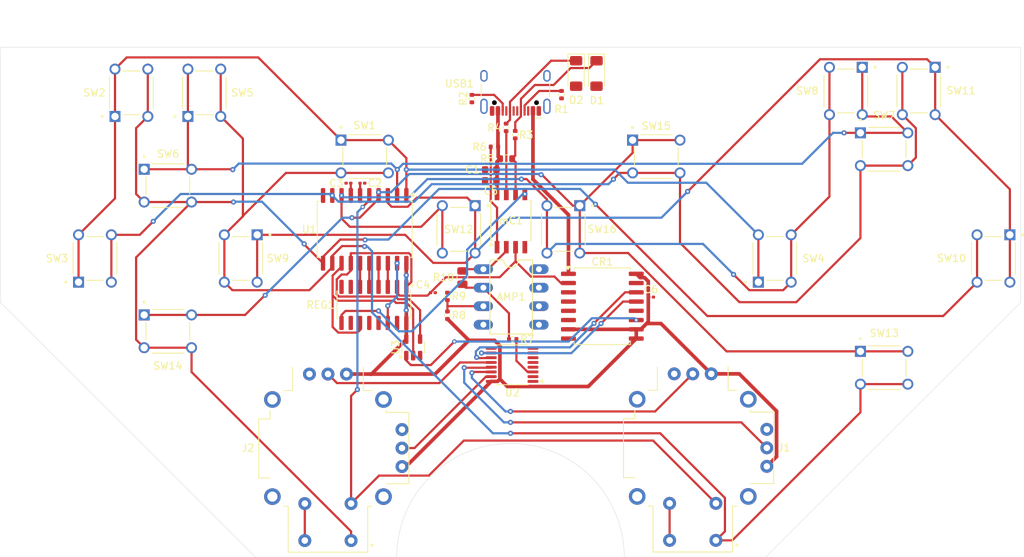
<source format=kicad_pcb>
(kicad_pcb (version 20240108) (generator "pcbnew") (generator_version "8.0")
  (title_block (title "Open Game Pad PS-Like Layout PCB"))
  (layers (0 "F.Cu" signal) (31 "B.Cu" power) (34 "B.Paste" user) (35 "F.Paste" user) (36 "B.SilkS" user "B.Silkscreen") (37 "F.SilkS" user "F.Silkscreen") (38 "B.Mask" user) (39 "F.Mask" user) (44 "Edge.Cuts" user))
  (net 0 "")
  (net 1 "GND")
  (net 2 "+5V")
  (net 3 "/CLK")
  (net 4 "Net-(D1-K)")
  (net 5 "Net-(D2-K)")
  (net 6 "Net-(J1-V)")
  (net 7 "/Y5")
  (net 8 "/X1")
  (net 9 "Net-(J1-H)")
  (net 10 "Net-(J2-V)")
  (net 11 "Net-(J2-H)")
  (net 12 "/X2")
  (net 13 "Net-(mC1-~{RESET}{slash}PB5)")
  (net 14 "/DIN")
  (net 15 "Net-(mC1-PB2)")
  (net 16 "/AIN")
  (net 17 "Net-(mC1-PB1)")
  (net 18 "Net-(REG1-~{PL})")
  (net 19 "/Y1")
  (net 20 "/X3")
  (net 21 "/X4")
  (net 22 "/Y2")
  (net 23 "/Y3")
  (net 24 "/Y4")
  (net 25 "Net-(USB1-CC1)")
  (net 26 "Net-(USB1-CC2)")
  (net 27 "Net-(U1-OSC)")
  (net 28 "Net-(U1-KBM)")
  (net 30 "Net-(CR1-Q0)")
  (net 31 "Net-(CR1-Q1)")
  (net 33 "Net-(U2-A)")
  (net 35 "Net-(REG1-D3)")
  (net 36 "Net-(REG1-D5)")
  (net 37 "Net-(REG1-D6)")
  (net 38 "Net-(REG1-D4)")
  (net 39 "Net-(REG1-D7)")
  (net 42 "Net-(AMP1-Pad3)")
  (net 43 "Net-(AMP1-Pad2)")
  (net 44 "/8TICK")
  (net 45 "Net-(REG1-D0)")
  (footprint "Capacitor_SMD:C_0603_1608Metric" (layer "F.Cu") (at 142.3 73.3 180)
    (property "Reference" "C5")
    (property "Value" "10 µF")
  )
  (footprint "Package_SO:SOIC-16_3.9x9.9mm_P1.27mm" (layer "F.Cu") (at 126.265 90.375 -90)
    (property "Reference" "REG1")
    (property "Value" "74HC165")
  )
  (footprint "Capacitor_SMD:C_0201_0603Metric" (layer "F.Cu") (at 122.77 73.66 180)
    (property "Reference" "C3")
    (property "Value" "0.1 mkF")
  )
  (footprint "Diode_SMD:D_MiniMELF" (layer "F.Cu") (at 156.8 58.6 -90)
    (property "Reference" "D1")
    (property "Value" "3v6")
  )
  (footprint "Capacitor_SMD:C_0201_0603Metric" (layer "F.Cu") (at 124.68 73.66)
    (property "Reference" "C2")
    (property "Value" "0.01 mkF")
  )
  (footprint "Diode_SMD:D_MiniMELF" (layer "F.Cu") (at 154 58.6 -90)
    (property "Reference" "D2")
    (property "Value" "3v6")
  )
  (footprint "Resistor_SMD:R_0402_1005Metric" (layer "F.Cu") (at 136.35 89.2 90)
    (property "Reference" "R9")
    (property "Value" "R 4.7K")
  )
  (footprint "Resistor_SMD:R_0805_2012Metric" (layer "F.Cu") (at 138.4 86.625 -90)
    (property "Reference" "R10")
    (property "Value" "R 10K")
  )
  (footprint "TS02-66-95-BK-260-LCR-D:SW_TS02-66-95-BK-260-LCR-D" (layer "F.Cu") (at 196.25 99)
    (property "Reference" "SW13")
    (property "Value" "~")
  )
  (footprint "TS02-66-95-BK-260-LCR-D:SW_TS02-66-95-BK-260-LCR-D" (layer "F.Cu") (at 125 70)
    (property "Reference" "SW1")
    (property "Value" "~")
  )
  (footprint "Capacitor_SMD:C_0201_0603Metric" (layer "F.Cu") (at 164.28 89.3)
    (property "Reference" "C6")
    (property "Value" "100nF")
  )
  (footprint "TS02-66-95-BK-260-LCR-D:SW_TS02-66-95-BK-260-LCR-D" (layer "F.Cu") (at 211.25 84 -90)
    (property "Reference" "SW10")
    (property "Value" "~")
  )
  (footprint "TS02-66-95-BK-260-LCR-D:SW_TS02-66-95-BK-260-LCR-D" (layer "F.Cu") (at 196.25 69)
    (property "Reference" "SW7")
    (property "Value" "~")
  )
  (footprint "TS02-66-95-BK-260-LCR-D:SW_TS02-66-95-BK-260-LCR-D" (layer "F.Cu") (at 103 61.25 90)
    (property "Reference" "SW5")
    (property "Value" "~")
  )
  (footprint "Package_SO:SOIC-8W_5.3x5.3mm_P1.27mm" (layer "F.Cu") (at 145.06 78.8 90)
    (property "Reference" "mC1")
    (property "Value" "ATtiny85V-20u")
  )
  (footprint "COM-09032:XDCR_COM-09032" (layer "F.Cu") (at 119.96 110.0275 180)
    (property "Reference" "J2")
    (property "Value" "COM-09032")
  )
  (footprint "TS02-66-95-BK-260-LCR-D:SW_TS02-66-95-BK-260-LCR-D" (layer "F.Cu") (at 152.25 80 -90)
    (property "Reference" "SW16")
    (property "Value" "~")
  )
  (footprint "Resistor_SMD:R_0402_1005Metric" (layer "F.Cu") (at 152 61.51 90)
    (property "Reference" "R1")
    (property "Value" "R 5.1K")
  )
  (footprint "Capacitor_SMD:C_0603_1608Metric" (layer "F.Cu") (at 142.3 71.8 180)
    (property "Reference" "C1")
    (property "Value" "100nF")
  )
  (footprint "Resistor_SMD:R_0402_1005Metric" (layer "F.Cu") (at 136.35 91.79 90)
    (property "Reference" "R8")
    (property "Value" "R 4.7K")
  )
  (footprint "TS02-66-95-BK-260-LCR-D:SW_TS02-66-95-BK-260-LCR-D" (layer "F.Cu") (at 201 61 -90)
    (property "Reference" "SW11")
    (property "Value" "~")
  )
  (footprint "Package_SO:TSSOP-16_4.4x5mm_P0.65mm" (layer "F.Cu") (at 145.2225 98.6 180)
    (property "Reference" "U2")
    (property "Value" "74HC4051")
  )
  (footprint "Capacitor_SMD:C_0201_0603Metric" (layer "F.Cu") (at 134.355 88.7)
    (property "Reference" "C4")
    (property "Value" "10 pF")
  )
  (footprint "TS02-66-95-BK-260-LCR-D:SW_TS02-66-95-BK-260-LCR-D" (layer "F.Cu") (at 108 84 -90)
    (property "Reference" "SW9")
    (property "Value" "~")
  )
  (footprint "TS02-66-95-BK-260-LCR-D:SW_TS02-66-95-BK-260-LCR-D" (layer "F.Cu") (at 98 74)
    (property "Reference" "SW6")
    (property "Value" "~")
  )
  (footprint "Package_SO:SOIC-20W_7.5x12.8mm_P1.27mm" (layer "F.Cu") (at 125 80 -90)
    (property "Reference" "U1")
    (property "Value" "MM74C923")
  )
  (footprint "TS02-66-95-BK-260-LCR-D:SW_TS02-66-95-BK-260-LCR-D" (layer "F.Cu") (at 98 94)
    (property "Reference" "SW14")
    (property "Value" "~")
  )
  (footprint "Resistor_SMD:R_0402_1005Metric" (layer "F.Cu") (at 145.3 95.1)
    (property "Reference" "R7")
    (property "Value" "R 10K")
  )
  (footprint "Resistor_SMD:R_0402_1005Metric" (layer "F.Cu") (at 142.8 68.675)
    (property "Reference" "R6")
    (property "Value" "R 10K")
  )
  (footprint "Package_SO:SOIC-16W_7.5x10.3mm_P1.27mm" (layer "F.Cu") (at 157.6 90.55)
    (property "Reference" "CR1")
    (property "Value" "74HC163")
  )
  (footprint "TS02-66-95-BK-260-LCR-D:SW_TS02-66-95-BK-260-LCR-D" (layer "F.Cu") (at 165 70)
    (property "Reference" "SW15")
    (property "Value" "~")
  )
  (footprint "Resistor_SMD:R_0402_1005Metric" (layer "F.Cu") (at 139.7 62.05 90)
    (property "Reference" "R2")
    (property "Value" "R 5.1K")
  )
  (footprint "Package_TO_SOT_SMD:SOT-23-5" (layer "F.Cu") (at 131.65 96.2 90)
    (property "Reference" "U3")
    (property "Value" "74AHC1G00")
  )
  (footprint "Resistor_SMD:R_0603_1608Metric" (layer "F.Cu") (at 144.4 70.3 180)
    (property "Reference" "R5")
    (property "Value" "R 1.5K")
  )
  (footprint "COM-09032:XDCR_COM-09032" (layer "F.Cu") (at 170 110 180)
    (property "Reference" "J1")
    (property "Value" "COM-09032")
  )
  (footprint "Resistor_SMD:R_0402_1005Metric" (layer "F.Cu") (at 145.65 67 90)
    (property "Reference" "R3")
    (property "Value" "R 75")
  )
  (footprint "LM358:DIL8" (layer "F.Cu") (at 145.09 89.28 -90)
    (property "Reference" "AMP1")
    (property "Value" "LM358")
  )
  (footprint "TS02-66-95-BK-260-LCR-D:SW_TS02-66-95-BK-260-LCR-D" (layer "F.Cu") (at 191 61 -90)
    (property "Reference" "SW8")
    (property "Value" "~")
  )
  (footprint "TS02-66-95-BK-260-LCR-D:SW_TS02-66-95-BK-260-LCR-D" (layer "F.Cu") (at 88 84 90)
    (property "Reference" "SW3")
    (property "Value" "~")
  )
  (footprint "Connector_USB:USB_C_Receptacle_HCTL_HC-TYPE-C-16P-01A" (layer "F.Cu") (at 145.68 60 180)
    (property "Reference" "USB1")
    (property "Value" "USB_C_Receptacle_USB2.0_14P")
  )
  (footprint "TS02-66-95-BK-260-LCR-D:SW_TS02-66-95-BK-260-LCR-D" (layer "F.Cu") (at 93 61.25 90)
    (property "Reference" "SW2")
    (property "Value" "~")
  )
  (footprint "TS02-66-95-BK-260-LCR-D:SW_TS02-66-95-BK-260-LCR-D" (layer "F.Cu") (at 137.9 80 -90)
    (property "Reference" "SW12")
    (property "Value" "~")
  )
  (footprint "TS02-66-95-BK-260-LCR-D:SW_TS02-66-95-BK-260-LCR-D" (layer "F.Cu") (at 181.25 84 90)
    (property "Reference" "SW4")
    (property "Value" "~")
  )
  (footprint "Resistor_SMD:R_0402_1005Metric" (layer "F.Cu") (at 144.4 66 90)
    (property "Reference" "R4")
    (property "Value" "R 75")
  )
  (gr_line (start 110 125) (end 129.398718 125) (stroke (width 0.05)) (layer "Edge.Cuts"))
  (gr_line (start 215 90) (end 215 55) (stroke (width 0.05)) (layer "Edge.Cuts"))
  (gr_line (start 75 90) (end 75 55) (stroke (width 0.05)) (layer "Edge.Cuts"))
  (gr_line (start 75 90) (end 110 125) (stroke (width 0.05)) (layer "Edge.Cuts"))
  (gr_line (start 180 125) (end 215 90) (stroke (width 0.05)) (layer "Edge.Cuts"))
  (gr_arc (start 129.398718 125) (mid 145 109.398718) (end 160.601282 125) (stroke (width 0.05)) (layer "Edge.Cuts"))
  (gr_line (start 215 55) (end 75 55) (stroke (width 0.05)) (layer "Edge.Cuts"))
  (gr_line (start 160.601282 125) (end 180 125) (stroke (width 0.05)) (layer "Edge.Cuts"))
  (segment (start 166.825 122.7) (end 166.825 117.62) (width 0.3) (layer "F.Cu") (net 0))
  (segment (start 116.785 122.7275) (end 116.785 117.6475) (width 0.3) (layer "F.Cu") (net 0))
  (segment (start 162.875 93.725) (end 162.25 93.725) (width 0.5) (layer "F.Cu") (net 2))
  (segment (start 152.95 86.105) (end 152.95 77.997286) (width 0.5) (layer "F.Cu") (net 2))
  (segment (start 130.6675 112.5675) (end 142.36 100.875) (width 0.5) (layer "F.Cu") (net 2))
  (segment (start 163.9 92.7) (end 163.67 92.93) (width 0.5) (layer "F.Cu") (net 2))
  (segment (start 130.7 84.665) (end 130.715 84.65) (width 0.5) (layer "F.Cu") (net 2))
  (segment (start 172.54 99.84) (end 176.380343 99.84) (width 0.5) (layer "F.Cu") (net 2))
  (segment (start 143.28 68.645) (end 143.31 68.675) (width 0.5) (layer "F.Cu") (net 2))
  (segment (start 130.7 95.1) (end 125.9325 99.8675) (width 0.5) (layer "F.Cu") (net 2))
  (segment (start 136.35 92.3) (end 139.29 95.24) (width 0.5) (layer "F.Cu") (net 2))
  (segment (start 162.25 93.725) (end 162.25 94.995) (width 0.5) (layer "F.Cu") (net 2))
  (segment (start 142.793088 95.24) (end 143.5475 95.994412) (width 0.5) (layer "F.Cu") (net 2))
  (segment (start 152.95 93.725) (end 162.25 93.725) (width 0.5) (layer "F.Cu") (net 2))
  (segment (start 143.5475 95.994412) (end 143.5475 100.555588) (width 0.5) (layer "F.Cu") (net 2))
  (segment (start 130.12 112.5675) (end 130.6675 112.5675) (width 0.5) (layer "F.Cu") (net 2))
  (segment (start 181.499 111.201) (end 180.16 112.54) (width 0.5) (layer "F.Cu") (net 2))
  (segment (start 134.6625 99.8675) (end 139.29 95.24) (width 0.5) (layer "F.Cu") (net 2))
  (segment (start 143.28 63.745) (end 143.28 68.645) (width 0.5) (layer "F.Cu") (net 2))
  (segment (start 143.15 73) (end 143.15 70.725) (width 0.5) (layer "F.Cu") (net 2))
  (segment (start 125.8 99.8675) (end 134.6625 99.8675) (width 0.5) (layer "F.Cu") (net 2))
  (segment (start 130.71 95.09) (end 130.7 95.1) (width 0.5) (layer "F.Cu") (net 2))
  (segment (start 163.9 87.147316) (end 163.9 92.7) (width 0.5) (layer "F.Cu") (net 2))
  (segment (start 155.67 101.575) (end 144.566912 101.575) (width 0.5) (layer "F.Cu") (net 2))
  (segment (start 162.25 94.995) (end 155.67 101.575) (width 0.5) (layer "F.Cu") (net 2))
  (segment (start 125.8 99.8675) (end 122.5 99.8675) (width 0.5) (layer "F.Cu") (net 2))
  (segment (start 143.31 68.675) (end 143.31 70.035) (width 0.5) (layer "F.Cu") (net 2))
  (segment (start 163.67 92.93) (end 162.875 93.725) (width 0.5) (layer "F.Cu") (net 2))
  (segment (start 143.15 75.145) (end 143.155 75.15) (width 0.5) (layer "F.Cu") (net 2))
  (segment (start 130.71 92.85) (end 130.71 91.11) (width 0.5) (layer "F.Cu") (net 2))
  (segment (start 143.31 70.035) (end 143.575 70.3) (width 0.5) (layer "F.Cu") (net 2))
  (segment (start 181.499 104.958657) (end 181.499 111.201) (width 0.5) (layer "F.Cu") (net 2))
  (segment (start 163.67 92.93) (end 165.63 92.93) (width 0.5) (layer "F.Cu") (net 2))
  (segment (start 125.9325 99.8675) (end 125.8 99.8675) (width 0.5) (layer "F.Cu") (net 2))
  (segment (start 165.63 92.93) (end 172.54 99.84) (width 0.5) (layer "F.Cu") (net 2))
  (segment (start 143.15 70.725) (end 143.575 70.3) (width 0.5) (layer "F.Cu") (net 2))
  (segment (start 130.71 92.725) (end 130.71 95.09) (width 0.5) (layer "F.Cu") (net 2))
  (segment (start 143.15 73) (end 143.15 75.145) (width 0.5) (layer "F.Cu") (net 2))
  (segment (start 163.377684 86.625) (end 163.9 87.147316) (width 0.5) (layer "F.Cu") (net 2))
  (segment (start 139.29 95.24) (end 142.793088 95.24) (width 0.5) (layer "F.Cu") (net 2))
  (segment (start 130.7 86.3) (end 130.7 84.665) (width 0.5) (layer "F.Cu") (net 2))
  (segment (start 162.77 86.625) (end 163.377684 86.625) (width 0.5) (layer "F.Cu") (net 2))
  (segment (start 176.380343 99.84) (end 181.499 104.958657) (width 0.5) (layer "F.Cu") (net 2))
  (segment (start 130.71 91.11) (end 130.7 91.1) (width 0.5) (layer "F.Cu") (net 2))
  (segment (start 162.25 86.105) (end 162.77 86.625) (width 0.5) (layer "F.Cu") (net 2))
  (segment (start 143.228088 100.875) (end 142.36 100.875) (width 0.5) (layer "F.Cu") (net 2))
  (segment (start 152.95 77.997286) (end 148.08 73.127286) (width 0.5) (layer "F.Cu") (net 2))
  (segment (start 148.08 73.127286) (end 148.08 63.745) (width 0.5) (layer "F.Cu") (net 2))
  (segment (start 144.566912 101.575) (end 143.5475 100.555588) (width 0.5) (layer "F.Cu") (net 2))
  (segment (start 143.5475 100.555588) (end 143.228088 100.875) (width 0.5) (layer "F.Cu") (net 2))
  (via (at 130.7 91.1) (size 0.7) (drill 0.3) (layers "F.Cu" "B.Cu") (net 2))
  (via (at 130.7 86.3) (size 0.7) (drill 0.3) (layers "F.Cu" "B.Cu") (net 2))
  (segment (start 130.7 91.1) (end 130.7 86.3) (width 0.5) (layer "B.Cu") (net 2))
  (segment (start 152.95 87.375) (end 151.925001 87.375) (width 0.3) (layer "F.Cu") (net 3))
  (segment (start 133.6 89.1) (end 129.8 89.1) (width 0.3) (layer "F.Cu") (net 3))
  (segment (start 147.7804 86.4804) (end 145.695 84.395) (width 0.3) (layer "F.Cu") (net 3))
  (segment (start 129.8 89.1) (end 129.44 88.74) (width 0.3) (layer "F.Cu") (net 3))
  (segment (start 145.695 84.395) (end 145.695 82.45) (width 0.3) (layer "F.Cu") (net 3))
  (segment (start 136.125 86.575) (end 133.6 89.1) (width 0.3) (layer "F.Cu") (net 3))
  (segment (start 129.44 87.358738) (end 129.44 87.775) (width 0.3) (layer "F.Cu") (net 3))
  (segment (start 129.44 88.74) (end 129.44 87.775) (width 0.3) (layer "F.Cu") (net 3))
  (segment (start 145.695 84.395) (end 143.515 86.575) (width 0.3) (layer "F.Cu") (net 3))
  (segment (start 143.515 86.575) (end 136.125 86.575) (width 0.3) (layer "F.Cu") (net 3))
  (segment (start 151.030401 86.4804) (end 147.7804 86.4804) (width 0.3) (layer "F.Cu") (net 3))
  (segment (start 151.925001 87.375) (end 151.030401 86.4804) (width 0.3) (layer "F.Cu") (net 3))
  (segment (start 146.43 62.09) (end 146.43 63.745) (width 0.3) (layer "F.Cu") (net 4))
  (segment (start 146.43 63.745) (end 146.43 64.49812) (width 0.3) (layer "F.Cu") (net 4))
  (segment (start 146.43 64.49812) (end 145.65 65.27812) (width 0.3) (layer "F.Cu") (net 4))
  (segment (start 150.92 60.18) (end 148.34 60.18) (width 0.3) (layer "F.Cu") (net 4))
  (segment (start 155.8 57.85) (end 153.25 57.85) (width 0.3) (layer "F.Cu") (net 4))
  (segment (start 148.34 60.18) (end 146.43 62.09) (width 0.3) (layer "F.Cu") (net 4))
  (segment (start 145.65 65.27812) (end 145.65 66.49) (width 0.3) (layer "F.Cu") (net 4))
  (segment (start 156.8 56.85) (end 155.8 57.85) (width 0.3) (layer "F.Cu") (net 4))
  (segment (start 153.25 57.85) (end 150.92 60.18) (width 0.3) (layer "F.Cu") (net 4))
  (segment (start 144.4 65.49) (end 144.93 64.96) (width 0.3) (layer "F.Cu") (net 5))
  (segment (start 144.93 62.492918) (end 144.93 63.745) (width 0.3) (layer "F.Cu") (net 5))
  (segment (start 154 56.85) (end 150.572918 56.85) (width 0.3) (layer "F.Cu") (net 5))
  (segment (start 150.572918 56.85) (end 144.93 62.492918) (width 0.3) (layer "F.Cu") (net 5))
  (segment (start 144.93 64.96) (end 144.93 63.745) (width 0.3) (layer "F.Cu") (net 5))
  (segment (start 176.66 106.5) (end 180.16 110) (width 0.3) (layer "F.Cu") (net 6))
  (segment (start 138.65 99) (end 142.285 99) (width 0.3) (layer "F.Cu") (net 6))
  (segment (start 142.285 99) (end 142.36 98.925) (width 0.3) (layer "F.Cu") (net 6))
  (segment (start 145 106.5) (end 176.66 106.5) (width 0.3) (layer "F.Cu") (net 6))
  (via (at 138.65 99) (size 0.7) (drill 0.3) (layers "F.Cu" "B.Cu") (net 6))
  (via (at 145 106.5) (size 0.7) (drill 0.3) (layers "F.Cu" "B.Cu") (net 6))
  (segment (start 145 106.5) (end 144.1 106.5) (width 0.3) (layer "B.Cu") (net 6))
  (segment (start 138.65 101.05) (end 138.65 99) (width 0.3) (layer "B.Cu") (net 6))
  (segment (start 144.1 106.5) (end 138.65 101.05) (width 0.3) (layer "B.Cu") (net 6))
  (segment (start 124.725 76.925) (end 125.635 76.015) (width 0.3) (layer "F.Cu") (net 7))
  (segment (start 126.976 113.8065) (end 133.7935 113.8065) (width 0.3) (layer "F.Cu") (net 7))
  (segment (start 123.135 102.865) (end 124 102) (width 0.3) (layer "F.Cu") (net 7))
  (segment (start 125.635 76.015) (end 125.635 75.35) (width 0.3) (layer "F.Cu") (net 7))
  (segment (start 125.635 75.745552) (end 125.635 75.35) (width 0.2) (layer "F.Cu") (net 7))
  (segment (start 164.555 109) (end 173.175 117.62) (width 0.3) (layer "F.Cu") (net 7))
  (segment (start 123.135 117.6475) (end 126.976 113.8065) (width 0.3) (layer "F.Cu") (net 7))
  (segment (start 138.6 109) (end 164.555 109) (width 0.3) (layer "F.Cu") (net 7))
  (segment (start 123.135 117.6475) (end 123.135 102.865) (width 0.3) (layer "F.Cu") (net 7))
  (segment (start 133.7935 113.8065) (end 138.6 109) (width 0.3) (layer "F.Cu") (net 7))
  (via (at 124 102) (size 0.7) (drill 0.3) (layers "F.Cu" "B.Cu") (net 7))
  (via (at 124.725 76.925) (size 0.6) (drill 0.3) (layers "F.Cu" "B.Cu") (net 7))
  (segment (start 124 77.65) (end 124 102) (width 0.3) (layer "B.Cu") (net 7))
  (segment (start 124.725 76.925) (end 124 77.65) (width 0.3) (layer "B.Cu") (net 7))
  (segment (start 117.411 88.354) (end 120.555 85.21) (width 0.3) (layer "F.Cu") (net 8))
  (segment (start 105.75 80.75) (end 108.295 78.205) (width 0.3) (layer "F.Cu") (net 8))
  (segment (start 114.2 72.25) (end 108.295 78.155) (width 0.3) (layer "F.Cu") (net 8))
  (segment (start 193 101.25) (end 199.5 101.25) (width 0.3) (layer "F.Cu") (net 8))
  (segment (start 121.880001 82.3) (end 120.555 83.625001) (width 0.3) (layer "F.Cu") (net 8))
  (segment (start 105.75 87.25) (end 106.854 88.354) (width 0.3) (layer "F.Cu") (net 8))
  (segment (start 145 108) (end 165.54 108) (width 0.3) (layer "F.Cu") (net 8))
  (segment (start 175.425 122.7) (end 193 105.125) (width 0.3) (layer "F.Cu") (net 8))
  (segment (start 174.414 121.461) (end 173.175 122.7) (width 0.3) (layer "F.Cu") (net 8))
  (segment (start 105.25 58) (end 105.25 64.5) (width 0.3) (layer "F.Cu") (net 8))
  (segment (start 124.980973 82.347351) (end 124.933622 82.3) (width 0.3) (layer "F.Cu") (net 8))
  (segment (start 120.555 83.625001) (end 120.555 84.65) (width 0.3) (layer "F.Cu") (net 8))
  (segment (start 165.54 108) (end 174.414 116.874) (width 0.3) (layer "F.Cu") (net 8))
  (segment (start 124.933622 82.3) (end 121.880001 82.3) (width 0.3) (layer "F.Cu") (net 8))
  (segment (start 105.25 64.5) (end 108.295 67.545) (width 0.3) (layer "F.Cu") (net 8))
  (segment (start 108.295 78.155) (end 108.295 78.205) (width 0.3) (layer "F.Cu") (net 8))
  (segment (start 120.555 85.21) (end 120.555 84.65) (width 0.3) (layer "F.Cu") (net 8))
  (segment (start 108.295 67.545) (end 108.295 78.205) (width 0.3) (layer "F.Cu") (net 8))
  (segment (start 106.854 88.354) (end 117.411 88.354) (width 0.3) (layer "F.Cu") (net 8))
  (segment (start 105.75 80.75) (end 105.75 87.25) (width 0.3) (layer "F.Cu") (net 8))
  (segment (start 173.175 122.7) (end 175.425 122.7) (width 0.3) (layer "F.Cu") (net 8))
  (segment (start 121.75 72.25) (end 114.2 72.25) (width 0.3) (layer "F.Cu") (net 8))
  (segment (start 121.75 72.25) (end 128.25 72.25) (width 0.3) (layer "F.Cu") (net 8))
  (segment (start 174.414 116.874) (end 174.414 121.461) (width 0.3) (layer "F.Cu") (net 8))
  (segment (start 193 105.125) (end 193 101.25) (width 0.3) (layer "F.Cu") (net 8))
  (via (at 124.980973 82.347351) (size 0.7) (drill 0.3) (layers "F.Cu" "B.Cu") (net 8))
  (via (at 145 108) (size 0.7) (drill 0.3) (layers "F.Cu" "B.Cu") (net 8))
  (segment (start 126 91.4) (end 142.6 108) (width 0.3) (layer "B.Cu") (net 8))
  (segment (start 126 83) (end 126 91.4) (width 0.3) (layer "B.Cu") (net 8))
  (segment (start 124.980973 82.347351) (end 125.347351 82.347351) (width 0.3) (layer "B.Cu") (net 8))
  (segment (start 125.347351 82.347351) (end 126 83) (width 0.3) (layer "B.Cu") (net 8))
  (segment (start 142.6 108) (end 145 108) (width 0.3) (layer "B.Cu") (net 8))
  (segment (start 139.7 99.7) (end 139.825 99.575) (width 0.3) (layer "F.Cu") (net 9))
  (segment (start 164.84 105) (end 170 99.84) (width 0.3) (layer "F.Cu") (net 9))
  (segment (start 139.825 99.575) (end 142.36 99.575) (width 0.3) (layer "F.Cu") (net 9))
  (segment (start 145 105) (end 164.84 105) (width 0.3) (layer "F.Cu") (net 9))
  (via (at 145 105) (size 0.7) (drill 0.3) (layers "F.Cu" "B.Cu") (net 9))
  (via (at 139.7 99.7) (size 0.7) (drill 0.3) (layers "F.Cu" "B.Cu") (net 9))
  (segment (start 139.7 100.4) (end 139.7 99.7) (width 0.3) (layer "B.Cu") (net 9))
  (segment (start 145 105) (end 144.3 105) (width 0.3) (layer "B.Cu") (net 9))
  (segment (start 144.3 105) (end 139.7 100.4) (width 0.3) (layer "B.Cu") (net 9))
  (segment (start 141.633332 100.225) (end 142.36 100.225) (width 0.3) (layer "F.Cu") (net 10))
  (segment (start 130.12 110.0275) (end 131.830832 110.0275) (width 0.3) (layer "F.Cu") (net 10))
  (segment (start 131.830832 110.0275) (end 141.633332 100.225) (width 0.3) (layer "F.Cu") (net 10))
  (segment (start 138.075 98.275) (end 142.36 98.275) (width 0.3) (layer "F.Cu") (net 11))
  (segment (start 119.96 99.8675) (end 121.199 101.1065) (width 0.3) (layer "F.Cu") (net 11))
  (segment (start 135.2435 101.1065) (end 138.075 98.275) (width 0.3) (layer "F.Cu") (net 11))
  (segment (start 121.199 101.1065) (end 135.2435 101.1065) (width 0.3) (layer "F.Cu") (net 11))
  (segment (start 95.25 64.5) (end 93.646 66.104) (width 0.3) (layer "F.Cu") (net 12))
  (segment (start 123.135 121.470265) (end 101.25 99.585265) (width 0.3) (layer "F.Cu") (net 12))
  (segment (start 93.646 83.854) (end 93.646 95.146) (width 0.3) (layer "F.Cu") (net 12))
  (segment (start 121.65 81.4) (end 119.285 83.765) (width 0.3) (layer "F.Cu") (net 12))
  (segment (start 101.25 99.585265) (end 101.25 96.25) (width 0.3) (layer "F.Cu") (net 12))
  (segment (start 93.646 95.146) (end 94.75 96.25) (width 0.3) (layer "F.Cu") (net 12))
  (segment (start 94.75 76.25) (end 101.25 76.25) (width 0.3) (layer "F.Cu") (net 12))
  (segment (start 116.7 82.065) (end 119.285 84.65) (width 0.3) (layer "F.Cu") (net 12))
  (segment (start 107 76.25) (end 101.25 76.25) (width 0.3) (layer "F.Cu") (net 12))
  (segment (start 116.7 82) (end 116.7 82.065) (width 0.3) (layer "F.Cu") (net 12))
  (segment (start 209 80.75) (end 209 87.25) (width 0.3) (layer "F.Cu") (net 12))
  (segment (start 125.05 81.45) (end 125 81.4) (width 0.3) (layer "F.Cu") (net 12))
  (segment (start 101.25 76.25) (end 93.646 83.854) (width 0.3) (layer "F.Cu") (net 12))
  (segment (start 95.25 58) (end 95.25 64.5) (width 0.3) (layer "F.Cu") (net 12))
  (segment (start 204.35 91.9) (end 172 91.9) (width 0.3) (layer "F.Cu") (net 12))
  (segment (start 93.646 75.146) (end 94.75 76.25) (width 0.3) (layer "F.Cu") (net 12))
  (segment (start 125 81.4) (end 121.65 81.4) (width 0.3) (layer "F.Cu") (net 12))
  (segment (start 94.75 96.25) (end 101.25 96.25) (width 0.3) (layer "F.Cu") (net 12))
  (segment (start 93.646 66.104) (end 93.646 75.146) (width 0.3) (layer "F.Cu") (net 12))
  (segment (start 119.285 83.765) (end 119.285 84.65) (width 0.3) (layer "F.Cu") (net 12))
  (segment (start 172 91.9) (end 156.65 76.55) (width 0.3) (layer "F.Cu") (net 12))
  (segment (start 123.135 122.7275) (end 123.135 121.470265) (width 0.3) (layer "F.Cu") (net 12))
  (segment (start 209 87.25) (end 204.35 91.9) (width 0.3) (layer "F.Cu") (net 12))
  (via (at 107 76.25) (size 0.7) (drill 0.3) (layers "F.Cu" "B.Cu") (net 12))
  (via (at 125.05 81.45) (size 0.7) (drill 0.3) (layers "F.Cu" "B.Cu") (net 12))
  (via (at 116.7 82) (size 0.7) (drill 0.3) (layers "F.Cu" "B.Cu") (net 12))
  (via (at 156.65 76.55) (size 0.7) (drill 0.3) (layers "F.Cu" "B.Cu") (net 12))
  (segment (start 107 76.25) (end 107.05 76.2) (width 0.3) (layer "B.Cu") (net 12))
  (segment (start 128.25 81.4) (end 135.2 74.45) (width 0.3) (layer "B.Cu") (net 12))
  (segment (start 107.05 76.2) (end 110.9 76.2) (width 0.3) (layer "B.Cu") (net 12))
  (segment (start 125.05 81.45) (end 125.1 81.4) (width 0.3) (layer "B.Cu") (net 12))
  (segment (start 135.2 74.45) (end 154.55 74.45) (width 0.3) (layer "B.Cu") (net 12))
  (segment (start 125.1 81.4) (end 128.25 81.4) (width 0.3) (layer "B.Cu") (net 12))
  (segment (start 110.9 76.2) (end 116.7 82) (width 0.3) (layer "B.Cu") (net 12))
  (segment (start 154.55 74.45) (end 156.65 76.55) (width 0.3) (layer "B.Cu") (net 12))
  (segment (start 142.29 68.675) (end 142.29 76.16) (width 0.3) (layer "F.Cu") (net 13))
  (segment (start 143.155 77.025) (end 143.155 82.45) (width 0.3) (layer "F.Cu") (net 13))
  (segment (start 142.29 76.16) (end 143.155 77.025) (width 0.3) (layer "F.Cu") (net 13))
  (segment (start 126.9 91.2) (end 122.370001 91.2) (width 0.3) (layer "F.Cu") (net 14))
  (segment (start 121.82 91.750001) (end 121.82 92.725) (width 0.3) (layer "F.Cu") (net 14))
  (segment (start 122.370001 91.2) (end 121.82 91.750001) (width 0.3) (layer "F.Cu") (net 14))
  (via (at 146.965 75.15) (size 0.7) (drill 0.3) (layers "F.Cu" "B.Cu") (net 14))
  (via (at 126.9 91.2) (size 0.7) (drill 0.3) (layers "F.Cu" "B.Cu") (net 14))
  (segment (start 139.046 86.404) (end 139.046 82.792708) (width 0.3) (layer "B.Cu") (net 14))
  (segment (start 126.9 91.2) (end 129.7 94) (width 0.3) (layer "B.Cu") (net 14))
  (segment (start 131.45 94) (end 139.046 86.404) (width 0.3) (layer "B.Cu") (net 14))
  (segment (start 129.7 94) (end 131.45 94) (width 0.3) (layer "B.Cu") (net 14))
  (segment (start 146.688708 75.15) (end 146.965 75.15) (width 0.3) (layer "B.Cu") (net 14))
  (segment (start 139.046 82.792708) (end 146.688708 75.15) (width 0.3) (layer "B.Cu") (net 14))
  (segment (start 144.425 66.535) (end 144.4 66.51) (width 0.3) (layer "F.Cu") (net 15))
  (segment (start 144.425 75.15) (end 144.425 66.535) (width 0.3) (layer "F.Cu") (net 15))
  (segment (start 141.93 85.47) (end 141.28 85.47) (width 0.3) (layer "F.Cu") (net 16))
  (segment (start 144.425 82.45) (end 144.425 82.975) (width 0.3) (layer "F.Cu") (net 16))
  (segment (start 144.425 82.975) (end 141.93 85.47) (width 0.3) (layer "F.Cu") (net 16))
  (segment (start 138.6425 85.47) (end 138.4 85.7125) (width 0.3) (layer "F.Cu") (net 16))
  (segment (start 141.28 85.47) (end 138.6425 85.47) (width 0.3) (layer "F.Cu") (net 16))
  (segment (start 145.695 70.77) (end 145.225 70.3) (width 0.3) (layer "F.Cu") (net 17))
  (segment (start 145.65 67.51) (end 145.65 69.875) (width 0.3) (layer "F.Cu") (net 17))
  (segment (start 145.695 75.15) (end 145.695 70.77) (width 0.3) (layer "F.Cu") (net 17))
  (segment (start 145.65 69.875) (end 145.225 70.3) (width 0.3) (layer "F.Cu") (net 17))
  (segment (start 132.6 91.1) (end 132.6 95.1) (width 0.3) (layer "F.Cu") (net 18))
  (segment (start 131.1 89.6) (end 132.6 91.1) (width 0.3) (layer "F.Cu") (net 18))
  (segment (start 130.71 87.9) (end 131.4 87.21) (width 0.3) (layer "F.Cu") (net 18))
  (segment (start 121.833738 86.2) (end 121.17 86.863738) (width 0.3) (layer "F.Cu") (net 18))
  (segment (start 123.095 84.65) (end 123.095 85.674999) (width 0.3) (layer "F.Cu") (net 18))
  (segment (start 123.125 83.275) (end 123.095 83.305) (width 0.3) (layer "F.Cu") (net 18))
  (segment (start 123.095 83.305) (end 123.095 84.65) (width 0.3) (layer "F.Cu") (net 18))
  (segment (start 131.4 83.598738) (end 131.076262 83.275) (width 0.3) (layer "F.Cu") (net 18))
  (segment (start 131.4 87.21) (end 131.4 83.598738) (width 0.3) (layer "F.Cu") (net 18))
  (segment (start 129.592894 89.6) (end 131.1 89.6) (width 0.3) (layer "F.Cu") (net 18))
  (segment (start 131.076262 83.275) (end 123.125 83.275) (width 0.3) (layer "F.Cu") (net 18))
  (segment (start 122.569999 86.2) (end 121.833738 86.2) (width 0.3) (layer "F.Cu") (net 18))
  (segment (start 129.217893 89.225) (end 129.592894 89.6) (width 0.3) (layer "F.Cu") (net 18))
  (segment (start 121.17 86.863738) (end 121.17 88.936262) (width 0.3) (layer "F.Cu") (net 18))
  (segment (start 123.095 85.674999) (end 122.569999 86.2) (width 0.3) (layer "F.Cu") (net 18))
  (segment (start 121.458738 89.225) (end 129.217893 89.225) (width 0.3) (layer "F.Cu") (net 18))
  (segment (start 121.17 88.936262) (end 121.458738 89.225) (width 0.3) (layer "F.Cu") (net 18))
  (segment (start 121.75 67.75) (end 110.396 56.396) (width 0.3) (layer "F.Cu") (net 19))
  (segment (start 130.715 71.8) (end 130.715 75.35) (width 0.3) (layer "F.Cu") (net 19))
  (segment (start 90.75 64.5) (end 90.75 58) (width 0.3) (layer "F.Cu") (net 19))
  (segment (start 121.75 67.75) (end 128.25 67.75) (width 0.3) (layer "F.Cu") (net 19))
  (segment (start 92.354 56.396) (end 90.75 58) (width 0.3) (layer "F.Cu") (net 19))
  (segment (start 90.75 75.75) (end 85.75 80.75) (width 0.3) (layer "F.Cu") (net 19))
  (segment (start 130.715 71.8) (end 130.715 70.215) (width 0.3) (layer "F.Cu") (net 19))
  (segment (start 85.75 80.75) (end 85.75 87.25) (width 0.3) (layer "F.Cu") (net 19))
  (segment (start 110.396 56.396) (end 92.354 56.396) (width 0.3) (layer "F.Cu") (net 19))
  (segment (start 130.715 70.215) (end 128.25 67.75) (width 0.3) (layer "F.Cu") (net 19))
  (segment (start 90.75 64.5) (end 90.75 75.75) (width 0.3) (layer "F.Cu") (net 19))
  (segment (start 179 80.75) (end 179 87.25) (width 0.3) (layer "F.Cu") (net 19))
  (via (at 130.715 71.8) (size 0.7) (drill 0.3) (layers "F.Cu" "B.Cu") (net 19))
  (segment (start 159.3 71.8) (end 161.1 73.6) (width 0.3) (layer "B.Cu") (net 19))
  (segment (start 130.715 71.8) (end 159.3 71.8) (width 0.3) (layer "B.Cu") (net 19))
  (segment (start 161.1 73.6) (end 171.85 73.6) (width 0.3) (layer "B.Cu") (net 19))
  (segment (start 171.85 73.6) (end 179 80.75) (width 0.3) (layer "B.Cu") (net 19))
  (segment (start 193 71.25) (end 199.5 71.25) (width 0.3) (layer "F.Cu") (net 20))
  (segment (start 159.98995 72.25) (end 161.75 72.25) (width 0.3) (layer "F.Cu") (net 20))
  (segment (start 94.15 80.75) (end 96 78.9) (width 0.3) (layer "F.Cu") (net 20))
  (segment (start 161.75 72.25) (end 168.25 72.25) (width 0.3) (layer "F.Cu") (net 20))
  (segment (start 90.25 80.75) (end 90.25 87.25) (width 0.3) (layer "F.Cu") (net 20))
  (segment (start 184.2 90) (end 193 81.2) (width 0.3) (layer "F.Cu") (net 20))
  (segment (start 193 81.2) (end 193 71.25) (width 0.3) (layer "F.Cu") (net 20))
  (segment (start 200.604 66.104) (end 198.75 64.25) (width 0.3) (layer "F.Cu") (net 20))
  (segment (start 168.25 72.25) (end 168.25 81.85) (width 0.3) (layer "F.Cu") (net 20))
  (segment (start 176.4 90) (end 184.2 90) (width 0.3) (layer "F.Cu") (net 20))
  (segment (start 159.119975 73.119975) (end 159.98995 72.25) (width 0.3) (layer "F.Cu") (net 20))
  (segment (start 198.75 64.25) (end 198.75 57.75) (width 0.3) (layer "F.Cu") (net 20))
  (segment (start 90.25 80.75) (end 94.15 80.75) (width 0.3) (layer "F.Cu") (net 20))
  (segment (start 200.604 70.146) (end 200.604 66.104) (width 0.3) (layer "F.Cu") (net 20))
  (segment (start 168.25 81.85) (end 176.4 90) (width 0.3) (layer "F.Cu") (net 20))
  (segment (start 199.5 71.25) (end 200.604 70.146) (width 0.3) (layer "F.Cu") (net 20))
  (via (at 120.555 75.35) (size 0.7) (drill 0.3) (layers "F.Cu" "B.Cu") (net 20))
  (via (at 96 78.9) (size 0.7) (drill 0.3) (layers "F.Cu" "B.Cu") (net 20))
  (via (at 159.119975 73.119975) (size 0.7) (drill 0.3) (layers "F.Cu" "B.Cu") (net 20))
  (via (at 120.555 75.35) (size 0.7) (drill 0.3) (layers "F.Cu" "B.Cu") (net 20))
  (segment (start 131.8 76.2) (end 121.405 76.2) (width 0.3) (layer "B.Cu") (net 20))
  (segment (start 134.2 73.8) (end 131.8 76.2) (width 0.3) (layer "B.Cu") (net 20))
  (segment (start 120.351 75.146) (end 120.555 75.35) (width 0.3) (layer "B.Cu") (net 20))
  (segment (start 96 78.9) (end 99.754 75.146) (width 0.3) (layer "B.Cu") (net 20))
  (segment (start 121.405 76.2) (end 120.555 75.35) (width 0.3) (layer "B.Cu") (net 20))
  (segment (start 99.754 75.146) (end 120.351 75.146) (width 0.3) (layer "B.Cu") (net 20))
  (segment (start 158.43995 73.8) (end 134.2 73.8) (width 0.3) (layer "B.Cu") (net 20))
  (segment (start 159.119975 73.119975) (end 158.43995 73.8) (width 0.3) (layer "B.Cu") (net 20))
  (segment (start 150 75.895814) (end 150 76.75) (width 0.3) (layer "F.Cu") (net 21))
  (segment (start 183.5 80.75) (end 188.75 75.5) (width 0.3) (layer "F.Cu") (net 21))
  (segment (start 150 76.75) (end 150 83.25) (width 0.3) (layer "F.Cu") (net 21))
  (segment (start 146.5 73.1) (end 147.204186 73.1) (width 0.3) (layer "F.Cu") (net 21))
  (segment (start 132.75 79.65) (end 122.96005 79.65) (width 0.3) (layer "F.Cu") (net 21))
  (segment (start 182.396 88.354) (end 177.754 88.354) (width 0.3) (layer "F.Cu") (net 21))
  (segment (start 183.5 87.25) (end 182.396 88.354) (width 0.3) (layer "F.Cu") (net 21))
  (segment (start 188.75 64.25) (end 188.75 75.5) (width 0.3) (layer "F.Cu") (net 21))
  (segment (start 183.5 80.75) (end 183.5 87.25) (width 0.3) (layer "F.Cu") (net 21))
  (segment (start 135.65 83.25) (end 135.65 76.75) (width 0.3) (layer "F.Cu") (net 21))
  (segment (start 147.204186 73.1) (end 150 75.895814) (width 0.3) (layer "F.Cu") (net 21))
  (segment (start 121.825 78.51495) (end 121.825 75.35) (width 0.3) (layer "F.Cu") (net 21))
  (segment (start 135.65 76.75) (end 132.75 79.65) (width 0.3) (layer "F.Cu") (net 21))
  (segment (start 177.754 88.354) (end 175.6 86.2) (width 0.3) (layer "F.Cu") (net 21))
  (segment (start 188.75 57.75) (end 188.75 64.25) (width 0.3) (layer "F.Cu") (net 21))
  (segment (start 122.96005 79.65) (end 121.825 78.51495) (width 0.3) (layer "F.Cu") (net 21))
  (via (at 121.825 75.35) (size 0.7) (drill 0.3) (layers "F.Cu" "B.Cu") (net 21))
  (via (at 175.6 86.2) (size 0.7) (drill 0.3) (layers "F.Cu" "B.Cu") (net 21))
  (via (at 146.5 73.1) (size 0.7) (drill 0.3) (layers "F.Cu" "B.Cu") (net 21))
  (segment (start 131.1 75.6) (end 122.075 75.6) (width 0.3) (layer "B.Cu") (net 21))
  (segment (start 146.5 73.1) (end 133.6 73.1) (width 0.3) (layer "B.Cu") (net 21))
  (segment (start 151.25 82) (end 150 83.25) (width 0.3) (layer "B.Cu") (net 21))
  (segment (start 175.6 86.2) (end 171.4 82) (width 0.3) (layer "B.Cu") (net 21))
  (segment (start 133.6 73.1) (end 131.1 75.6) (width 0.3) (layer "B.Cu") (net 21))
  (segment (start 171.4 82) (end 151.25 82) (width 0.3) (layer "B.Cu") (net 21))
  (segment (start 122.075 75.6) (end 121.825 75.35) (width 0.3) (layer "B.Cu") (net 21))
  (segment (start 129.470345 71.790456) (end 129.445 71.815801) (width 0.3) (layer "F.Cu") (net 22))
  (segment (start 129.445 71.815801) (end 129.445 75.35) (width 0.3) (layer "F.Cu") (net 22))
  (segment (start 101.25 71.75) (end 106.85 71.75) (width 0.3) (layer "F.Cu") (net 22))
  (segment (start 190.75 66.75) (end 193 66.75) (width 0.3) (layer "F.Cu") (net 22))
  (segment (start 100.75 64.5) (end 100.75 58) (width 0.3) (layer "F.Cu") (net 22))
  (segment (start 193.5 64.5) (end 197.25 64.5) (width 0.3) (layer "F.Cu") (net 22))
  (segment (start 100.75 71.25) (end 101.25 71.75) (width 0.3) (layer "F.Cu") (net 22))
  (segment (start 193.25 64.25) (end 193.5 64.5) (width 0.3) (layer "F.Cu") (net 22))
  (segment (start 193.25 64.25) (end 193.25 57.75) (width 0.3) (layer "F.Cu") (net 22))
  (segment (start 197.25 64.5) (end 199.5 66.75) (width 0.3) (layer "F.Cu") (net 22))
  (segment (start 100.75 64.5) (end 100.75 71.25) (width 0.3) (layer "F.Cu") (net 22))
  (segment (start 94.75 71.75) (end 101.25 71.75) (width 0.3) (layer "F.Cu") (net 22))
  (segment (start 193 66.75) (end 199.5 66.75) (width 0.3) (layer "F.Cu") (net 22))
  (segment (start 106.85 71.75) (end 106.9 71.8) (width 0.3) (layer "F.Cu") (net 22))
  (via (at 106.9 71.8) (size 0.7) (drill 0.3) (layers "F.Cu" "B.Cu") (net 22))
  (via (at 129.470345 71.790456) (size 0.7) (drill 0.3) (layers "F.Cu" "B.Cu") (net 22))
  (via (at 190.75 66.75) (size 0.7) (drill 0.3) (layers "F.Cu" "B.Cu") (net 22))
  (segment (start 107.73 70.97) (end 106.9 71.8) (width 0.3) (layer "B.Cu") (net 22))
  (segment (start 129.470345 71.790456) (end 130.260801 71) (width 0.3) (layer "B.Cu") (net 22))
  (segment (start 130.260801 71) (end 185 71) (width 0.3) (layer "B.Cu") (net 22))
  (segment (start 129.470345 71.790456) (end 128.649889 70.97) (width 0.3) (layer "B.Cu") (net 22))
  (segment (start 185 71) (end 189.25 66.75) (width 0.3) (layer "B.Cu") (net 22))
  (segment (start 128.649889 70.97) (end 107.73 70.97) (width 0.3) (layer "B.Cu") (net 22))
  (segment (start 189.25 66.75) (end 190.75 66.75) (width 0.3) (layer "B.Cu") (net 22))
  (segment (start 130.55 80.75) (end 134.4 84.6) (width 0.3) (layer "F.Cu") (net 23))
  (segment (start 128.700001 76.9) (end 128.175 76.374999) (width 0.3) (layer "F.Cu") (net 23))
  (segment (start 110.25 80.75) (end 130.55 80.75) (width 0.3) (layer "F.Cu") (net 23))
  (segment (start 140.15 76.75) (end 140.15 83.25) (width 0.3) (layer "F.Cu") (net 23))
  (segment (start 202.146 56.646) (end 203.25 57.75) (width 0.3) (layer "F.Cu") (net 23))
  (segment (start 134.4 84.6) (end 138.8 84.6) (width 0.3) (layer "F.Cu") (net 23))
  (segment (start 138.8 84.6) (end 140.15 83.25) (width 0.3) (layer "F.Cu") (net 23))
  (segment (start 140.15 76.75) (end 139.046 75.646) (width 0.3) (layer "F.Cu") (net 23))
  (segment (start 213.5 87.25) (end 213.5 80.75) (width 0.3) (layer "F.Cu") (net 23))
  (segment (start 130.901262 76.9) (end 128.700001 76.9) (width 0.3) (layer "F.Cu") (net 23))
  (segment (start 132.155262 75.646) (end 130.901262 76.9) (width 0.3) (layer "F.Cu") (net 23))
  (segment (start 110.25 80.75) (end 110.25 87.25) (width 0.3) (layer "F.Cu") (net 23))
  (segment (start 187.454 56.646) (end 202.146 56.646) (width 0.3) (layer "F.Cu") (net 23))
  (segment (start 139.046 75.646) (end 132.155262 75.646) (width 0.3) (layer "F.Cu") (net 23))
  (segment (start 213.5 74.5) (end 203.25 64.25) (width 0.3) (layer "F.Cu") (net 23))
  (segment (start 213.5 80.75) (end 213.5 74.5) (width 0.3) (layer "F.Cu") (net 23))
  (segment (start 203.25 64.25) (end 203.25 57.75) (width 0.3) (layer "F.Cu") (net 23))
  (segment (start 169.3 74.8) (end 187.454 56.646) (width 0.3) (layer "F.Cu") (net 23))
  (segment (start 128.175 76.374999) (end 128.175 75.35) (width 0.3) (layer "F.Cu") (net 23))
  (via (at 169.3 74.8) (size 0.7) (drill 0.3) (layers "F.Cu" "B.Cu") (net 23))
  (segment (start 165.7 78.4) (end 145 78.4) (width 0.3) (layer "B.Cu") (net 23))
  (segment (start 169.3 74.8) (end 165.7 78.4) (width 0.3) (layer "B.Cu") (net 23))
  (segment (start 145 78.4) (end 140.15 83.25) (width 0.3) (layer "B.Cu") (net 23))
  (segment (start 111.296 89.054) (end 108.6 91.75) (width 0.3) (layer "F.Cu") (net 24))
  (segment (start 126.905 75.816262) (end 126.905 75.35) (width 0.3) (layer "F.Cu") (net 24))
  (segment (start 174.631262 96.75) (end 161.131262 83.25) (width 0.3) (layer "F.Cu") (net 24))
  (segment (start 161.75 69.5) (end 154.5 76.75) (width 0.3) (layer "F.Cu") (net 24))
  (segment (start 193 96.75) (end 174.631262 96.75) (width 0.3) (layer "F.Cu") (net 24))
  (segment (start 124.321262 78.4) (end 126.905 75.816262) (width 0.3) (layer "F.Cu") (net 24))
  (segment (start 161.75 67.75) (end 161.75 69.5) (width 0.3) (layer "F.Cu") (net 24))
  (segment (start 161.131262 83.25) (end 154.5 83.25) (width 0.3) (layer "F.Cu") (net 24))
  (segment (start 108.6 91.75) (end 101.25 91.75) (width 0.3) (layer "F.Cu") (net 24))
  (segment (start 111.35 89.054) (end 111.296 89.054) (width 0.3) (layer "F.Cu") (net 24))
  (segment (start 153.55 76.75) (end 154.5 76.75) (width 0.3) (layer "F.Cu") (net 24))
  (segment (start 161.75 67.75) (end 168.25 67.75) (width 0.3) (layer "F.Cu") (net 24))
  (segment (start 149.2 72.5) (end 149.3 72.5) (width 0.3) (layer "F.Cu") (net 24))
  (segment (start 123.25 78.4) (end 124.321262 78.4) (width 0.3) (layer "F.Cu") (net 24))
  (segment (start 149.3 72.5) (end 153.55 76.75) (width 0.3) (layer "F.Cu") (net 24))
  (segment (start 193 96.75) (end 199.5 96.75) (width 0.3) (layer "F.Cu") (net 24))
  (segment (start 94.75 91.75) (end 101.25 91.75) (width 0.3) (layer "F.Cu") (net 24))
  (segment (start 154.5 76.75) (end 154.5 83.25) (width 0.3) (layer "F.Cu") (net 24))
  (via (at 126.905 74.9) (size 0.7) (drill 0.3) (layers "F.Cu" "B.Cu") (net 24))
  (via (at 149.2 72.5) (size 0.7) (drill 0.3) (layers "F.Cu" "B.Cu") (net 24))
  (via (at 111.35 89.054) (size 0.7) (drill 0.3) (layers "F.Cu" "B.Cu") (net 24))
  (via (at 123.25 78.4) (size 0.7) (drill 0.3) (layers "F.Cu" "B.Cu") (net 24))
  (segment (start 123.25 78.4) (end 121.95 78.4) (width 0.3) (layer "B.Cu") (net 24))
  (segment (start 111.35 89) (end 111.35 89.054) (width 0.3) (layer "B.Cu") (net 24))
  (segment (start 121.95 78.4) (end 111.35 89) (width 0.3) (layer "B.Cu") (net 24))
  (segment (start 149.1 72.4) (end 131.10495 72.4) (width 0.3) (layer "B.Cu") (net 24))
  (segment (start 131.10495 72.4) (end 128.60495 74.9) (width 0.3) (layer "B.Cu") (net 24))
  (segment (start 149.2 72.5) (end 149.1 72.4) (width 0.3) (layer "B.Cu") (net 24))
  (segment (start 128.60495 74.9) (end 126.905 74.9) (width 0.3) (layer "B.Cu") (net 24))
  (segment (start 146.93 62.99188) (end 146.93 63.745) (width 0.3) (layer "F.Cu") (net 25))
  (segment (start 152 61) (end 148.92188 61) (width 0.3) (layer "F.Cu") (net 25))
  (segment (start 148.92188 61) (end 146.93 62.99188) (width 0.3) (layer "F.Cu") (net 25))
  (segment (start 142.750305 61.54) (end 139.7 61.54) (width 0.3) (layer "F.Cu") (net 26))
  (segment (start 143.93 63.745) (end 143.93 62.719695) (width 0.3) (layer "F.Cu") (net 26))
  (segment (start 143.93 62.719695) (end 142.750305 61.54) (width 0.3) (layer "F.Cu") (net 26))
  (segment (start 124.365 75.35) (end 124.365 73.665) (width 0.3) (layer "F.Cu") (net 27))
  (segment (start 124.365 73.665) (end 124.36 73.66) (width 0.3) (layer "F.Cu") (net 27))
  (segment (start 123.095 75.35) (end 123.095 73.665) (width 0.3) (layer "F.Cu") (net 28))
  (segment (start 123.095 73.665) (end 123.09 73.66) (width 0.3) (layer "F.Cu") (net 28))
  (segment (start 140.455381 97.675) (end 142.31 97.675) (width 0.3) (layer "F.Cu") (net 30))
  (segment (start 160.71505 88.645) (end 162.25 88.645) (width 0.3) (layer "F.Cu") (net 30))
  (segment (start 140.355381 97.575) (end 140.455381 97.675) (width 0.3) (layer "F.Cu") (net 30))
  (segment (start 142.31 97.675) (end 142.36 97.625) (width 0.3) (layer "F.Cu") (net 30))
  (segment (start 156.455025 92.905025) (end 160.71505 88.645) (width 0.3) (layer "F.Cu") (net 30))
  (via (at 140.355381 97.575) (size 0.7) (drill 0.3) (layers "F.Cu" "B.Cu") (net 30))
  (via (at 156.455025 92.905025) (size 0.7) (drill 0.3) (layers "F.Cu" "B.Cu") (net 30))
  (segment (start 140.253254 97.472873) (end 140.355381 97.575) (width 0.3) (layer "B.Cu") (net 30))
  (segment (start 140.806113 96.2) (end 140.253254 96.752859) (width 0.3) (layer "B.Cu") (net 30))
  (segment (start 153.16005 96.2) (end 140.806113 96.2) (width 0.3) (layer "B.Cu") (net 30))
  (segment (start 140.253254 96.752859) (end 140.253254 97.472873) (width 0.3) (layer "B.Cu") (net 30))
  (segment (start 156.455025 92.905025) (end 153.16005 96.2) (width 0.3) (layer "B.Cu") (net 30))
  (segment (start 157.424219 92.925781) (end 160.435 89.915) (width 0.3) (layer "F.Cu") (net 31))
  (segment (start 141.025 96.975) (end 142.36 96.975) (width 0.3) (layer "F.Cu") (net 31))
  (segment (start 160.435 89.915) (end 162.25 89.915) (width 0.3) (layer "F.Cu") (net 31))
  (via (at 141.025 96.975) (size 0.7) (drill 0.3) (layers "F.Cu" "B.Cu") (net 31))
  (via (at 157.424219 92.925781) (size 0.7) (drill 0.3) (layers "F.Cu" "B.Cu") (net 31))
  (segment (start 141.05 97) (end 141.025 96.975) (width 0.3) (layer "B.Cu") (net 31))
  (segment (start 157.424219 92.925781) (end 153.35 97) (width 0.3) (layer "B.Cu") (net 31))
  (segment (start 153.35 97) (end 141.05 97) (width 0.3) (layer "B.Cu") (net 31))
  (segment (start 145.81 98.037499) (end 145.81 95.1) (width 0.3) (layer "F.Cu") (net 33))
  (segment (start 147.347501 99.575) (end 145.81 98.037499) (width 0.3) (layer "F.Cu") (net 33))
  (segment (start 148.085 99.575) (end 147.347501 99.575) (width 0.3) (layer "F.Cu") (net 33))
  (segment (start 128.17 90.5) (end 128.17 92.725) (width 0.3) (layer "F.Cu") (net 35))
  (via (at 128.17 90.5) (size 0.7) (drill 0.3) (layers "F.Cu" "B.Cu") (net 35))
  (via (at 129.445 84.65) (size 0.7) (drill 0.3) (layers "F.Cu" "B.Cu") (net 35))
  (segment (start 129.445 89.225) (end 129.445 84.65) (width 0.3) (layer "B.Cu") (net 35))
  (segment (start 128.17 90.5) (end 129.445 89.225) (width 0.3) (layer "B.Cu") (net 35))
  (segment (start 126.9 87.775) (end 126.9 84.655) (width 0.3) (layer "F.Cu") (net 36))
  (segment (start 126.9 84.655) (end 126.905 84.65) (width 0.3) (layer "F.Cu") (net 36))
  (segment (start 125.63 84.655) (end 125.635 84.65) (width 0.3) (layer "F.Cu") (net 37))
  (segment (start 125.63 87.775) (end 125.63 84.655) (width 0.3) (layer "F.Cu") (net 37))
  (segment (start 128.17 87.775) (end 128.17 84.655) (width 0.3) (layer "F.Cu") (net 38))
  (segment (start 128.17 84.655) (end 128.175 84.65) (width 0.3) (layer "F.Cu") (net 38))
  (segment (start 124.36 84.655) (end 124.365 84.65) (width 0.3) (layer "F.Cu") (net 39))
  (segment (start 124.36 87.775) (end 124.36 84.655) (width 0.3) (layer "F.Cu") (net 39))
  (segment (start 136.35 90.5) (end 136.35 89.67) (width 0.3) (layer "F.Cu") (net 42))
  (segment (start 136.35 91.4) (end 136.35 90.5) (width 0.3) (layer "F.Cu") (net 42))
  (segment (start 141.28 90.55) (end 136.4 90.55) (width 0.3) (layer "F.Cu") (net 42))
  (segment (start 136.4 90.55) (end 136.35 90.5) (width 0.3) (layer "F.Cu") (net 42))
  (segment (start 144.79 91.52) (end 141.28 88.01) (width 0.3) (layer "F.Cu") (net 43))
  (segment (start 144.79 95.1) (end 144.79 91.52) (width 0.3) (layer "F.Cu") (net 43))
  (segment (start 141.28 88.01) (end 138.8725 88.01) (width 0.3) (layer "F.Cu") (net 43))
  (segment (start 138.8725 88.01) (end 138.4 87.5375) (width 0.3) (layer "F.Cu") (net 43))
  (segment (start 130.7 97.999999) (end 131.33467 98.634669) (width 0.3) (layer "F.Cu") (net 44))
  (segment (start 131.33467 98.634669) (end 134.065331 98.634669) (width 0.3) (layer "F.Cu") (net 44))
  (segment (start 130.7 97.3375) (end 130.7 97.999999) (width 0.3) (layer "F.Cu") (net 44))
  (segment (start 134.065331 98.634669) (end 137.3 95.4) (width 0.3) (layer "F.Cu") (net 44))
  (via (at 137.3 95.4) (size 0.6) (drill 0.3) (layers "F.Cu" "B.Cu") (net 44))
  (via (at 162.25 92.455) (size 0.6) (drill 0.3) (layers "F.Cu" "B.Cu") (net 44))
  (segment (start 152.9701 95.4) (end 156.165075 92.205025) (width 0.3) (layer "B.Cu") (net 44))
  (segment (start 137.3 95.4) (end 152.9701 95.4) (width 0.3) (layer "B.Cu") (net 44))
  (segment (start 156.165075 92.205025) (end 162.000025 92.205025) (width 0.3) (layer "B.Cu") (net 44))
  (segment (start 162.000025 92.205025) (end 162.25 92.455) (width 0.3) (layer "B.Cu") (net 44))
  (segment (start 124.009999 94.175) (end 121.375 94.175) (width 0.3) (layer "F.Cu") (net 45))
  (segment (start 129 89.8) (end 121.326632 89.8) (width 0.3) (layer "F.Cu") (net 45))
  (segment (start 121.375 94.175) (end 120.6 93.4) (width 0.3) (layer "F.Cu") (net 45))
  (segment (start 124.36 93.824999) (end 124.009999 94.175) (width 0.3) (layer "F.Cu") (net 45))
  (segment (start 129.3 90.1) (end 129 89.8) (width 0.3) (layer "F.Cu") (net 45))
  (segment (start 121.326632 89.8) (end 120.6 89.073368) (width 0.3) (layer "F.Cu") (net 45))
  (segment (start 131.65 91) (end 130.75 90.1) (width 0.3) (layer "F.Cu") (net 45))
  (segment (start 120.6 93.4) (end 120.6 89.073368) (width 0.3) (layer "F.Cu") (net 45))
  (segment (start 120.6 89.073368) (end 120.6 86.341262) (width 0.3) (layer "F.Cu") (net 45))
  (segment (start 120.6 86.341262) (end 121.825 85.116262) (width 0.3) (layer "F.Cu") (net 45))
  (segment (start 124.36 92.85) (end 124.36 93.824999) (width 0.3) (layer "F.Cu") (net 45))
  (segment (start 121.825 85.116262) (end 121.825 84.65) (width 0.3) (layer "F.Cu") (net 45))
  (segment (start 131.65 97.61) (end 131.65 91) (width 0.3) (layer "F.Cu") (net 45))
  (segment (start 130.75 90.1) (end 129.3 90.1) (width 0.3) (layer "F.Cu") (net 45))
)
</source>
